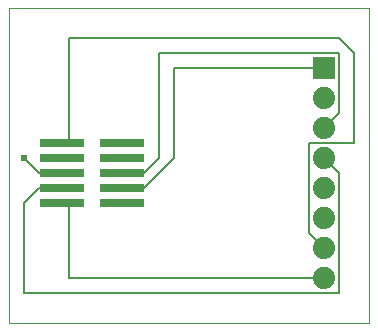
<source format=gtl>
G75*
G70*
%OFA0B0*%
%FSLAX24Y24*%
%IPPOS*%
%LPD*%
%AMOC8*
5,1,8,0,0,1.08239X$1,22.5*
%
%ADD10C,0.0000*%
%ADD11R,0.0740X0.0740*%
%ADD12C,0.0740*%
%ADD13R,0.1500X0.0290*%
%ADD14C,0.0060*%
%ADD15C,0.0240*%
D10*
X000100Y000100D02*
X000100Y010600D01*
X012100Y010600D01*
X012100Y000100D01*
X000100Y000100D01*
D11*
X010600Y008600D03*
D12*
X010600Y007600D03*
X010600Y006600D03*
X010600Y005600D03*
X010600Y004600D03*
X010600Y003600D03*
X010600Y002600D03*
X010600Y001600D03*
D13*
X003850Y004100D03*
X003850Y004600D03*
X003850Y005100D03*
X003850Y005600D03*
X003850Y006100D03*
X001850Y006100D03*
X001850Y005600D03*
X001850Y005100D03*
X001850Y004600D03*
X001850Y004100D03*
D14*
X002100Y004100D01*
X002100Y001600D01*
X010600Y001600D01*
X011100Y001100D02*
X000600Y001100D01*
X000600Y004100D01*
X001100Y004600D01*
X001600Y004600D01*
X001850Y004600D01*
X001850Y005100D02*
X001600Y005100D01*
X001100Y005100D01*
X000600Y005600D01*
X001850Y006100D02*
X002100Y006100D01*
X002100Y009600D01*
X011100Y009600D01*
X011600Y009100D01*
X011600Y006100D01*
X010100Y006100D01*
X010100Y003100D01*
X010600Y002600D01*
X011100Y001100D02*
X011100Y005100D01*
X010600Y005600D01*
X010600Y006600D02*
X011100Y007100D01*
X011100Y009100D01*
X005100Y009100D01*
X005100Y005600D01*
X004600Y005100D01*
X004100Y005100D01*
X003850Y005100D01*
X003850Y004600D02*
X004100Y004600D01*
X004600Y004600D01*
X005600Y005600D01*
X005600Y008600D01*
X010600Y008600D01*
D15*
X000600Y005600D03*
M02*

</source>
